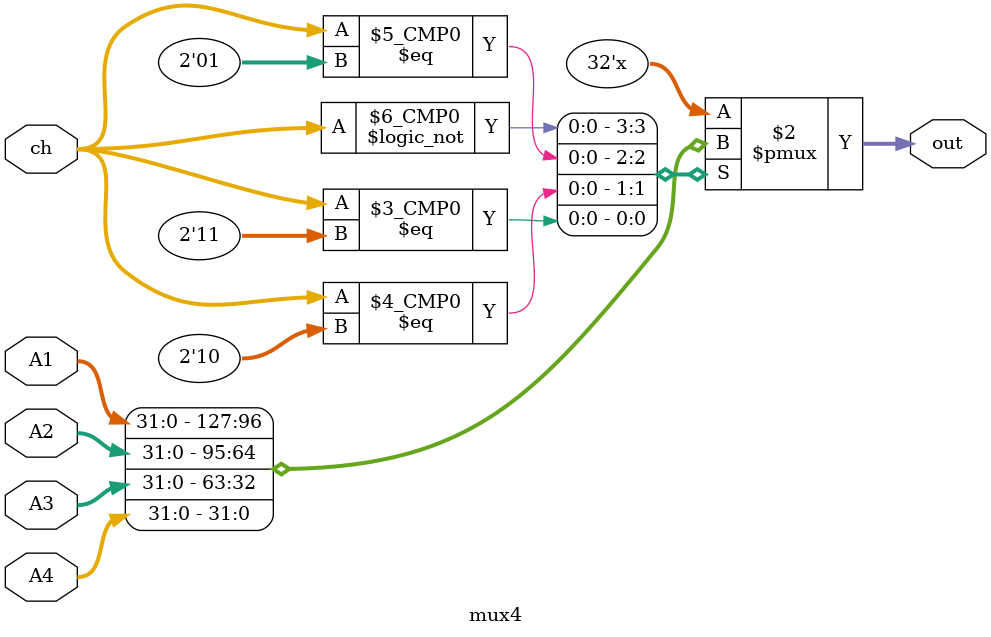
<source format=sv>
`timescale 1ns / 1ps
module mux4 #(parameter WIDTH = 32)
            (input logic [31:0] A1,A2,A3,A4,
            input logic [1:0] ch,
            output logic [31:0] out);
    always_comb
        case(ch)
        2'b00: out=A1;
        2'b01: out=A2;
        2'b10: out=A3;
        2'b11: out=A4;
        endcase
endmodule

</source>
